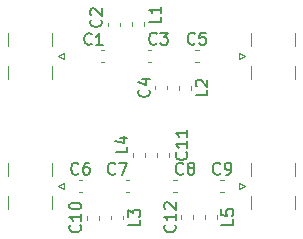
<source format=gbr>
G04 #@! TF.GenerationSoftware,KiCad,Pcbnew,(5.1.7)-1*
G04 #@! TF.CreationDate,2020-11-10T17:20:51+01:00*
G04 #@! TF.ProjectId,137_MHz_BPF_2nd_Order,3133375f-4d48-47a5-9f42-50465f326e64,rev?*
G04 #@! TF.SameCoordinates,Original*
G04 #@! TF.FileFunction,Legend,Top*
G04 #@! TF.FilePolarity,Positive*
%FSLAX46Y46*%
G04 Gerber Fmt 4.6, Leading zero omitted, Abs format (unit mm)*
G04 Created by KiCad (PCBNEW (5.1.7)-1) date 2020-11-10 17:20:51*
%MOMM*%
%LPD*%
G01*
G04 APERTURE LIST*
%ADD10C,0.120000*%
%ADD11C,0.150000*%
G04 APERTURE END LIST*
D10*
X38853733Y-57490000D02*
X39146267Y-57490000D01*
X38853733Y-58510000D02*
X39146267Y-58510000D01*
X40510000Y-55153733D02*
X40510000Y-55446267D01*
X39490000Y-55153733D02*
X39490000Y-55446267D01*
X42853733Y-58510000D02*
X43146267Y-58510000D01*
X42853733Y-57490000D02*
X43146267Y-57490000D01*
X44510000Y-60808767D02*
X44510000Y-60516233D01*
X43490000Y-60808767D02*
X43490000Y-60516233D01*
X46853733Y-57490000D02*
X47146267Y-57490000D01*
X46853733Y-58510000D02*
X47146267Y-58510000D01*
X36991233Y-68490000D02*
X37283767Y-68490000D01*
X36991233Y-69510000D02*
X37283767Y-69510000D01*
X40991233Y-69510000D02*
X41283767Y-69510000D01*
X40991233Y-68490000D02*
X41283767Y-68490000D01*
X44991233Y-68490000D02*
X45283767Y-68490000D01*
X44991233Y-69510000D02*
X45283767Y-69510000D01*
X48991233Y-68490000D02*
X49283767Y-68490000D01*
X48991233Y-69510000D02*
X49283767Y-69510000D01*
X40710000Y-71808767D02*
X40710000Y-71516233D01*
X39690000Y-71808767D02*
X39690000Y-71516233D01*
X43590000Y-66216233D02*
X43590000Y-66508767D01*
X44610000Y-66216233D02*
X44610000Y-66508767D01*
X46710000Y-71783767D02*
X46710000Y-71491233D01*
X45690000Y-71783767D02*
X45690000Y-71491233D01*
X35760000Y-57750000D02*
X35260000Y-58000000D01*
X35760000Y-58250000D02*
X35760000Y-57750000D01*
X35260000Y-58000000D02*
X35760000Y-58250000D01*
X31000000Y-56050000D02*
X31000000Y-57160000D01*
X31000000Y-58840000D02*
X31000000Y-59950000D01*
X34710000Y-56050000D02*
X34710000Y-57160000D01*
X34710000Y-58840000D02*
X34710000Y-59950000D01*
X51590000Y-57160000D02*
X51590000Y-56050000D01*
X51590000Y-59950000D02*
X51590000Y-58840000D01*
X55300000Y-57160000D02*
X55300000Y-56050000D01*
X55300000Y-59950000D02*
X55300000Y-58840000D01*
X51040000Y-58000000D02*
X50540000Y-57750000D01*
X50540000Y-57750000D02*
X50540000Y-58250000D01*
X50540000Y-58250000D02*
X51040000Y-58000000D01*
X34710000Y-69840000D02*
X34710000Y-70950000D01*
X34710000Y-67050000D02*
X34710000Y-68160000D01*
X31000000Y-69840000D02*
X31000000Y-70950000D01*
X31000000Y-67050000D02*
X31000000Y-68160000D01*
X35260000Y-69000000D02*
X35760000Y-69250000D01*
X35760000Y-69250000D02*
X35760000Y-68750000D01*
X35760000Y-68750000D02*
X35260000Y-69000000D01*
X50540000Y-69250000D02*
X51040000Y-69000000D01*
X50540000Y-68750000D02*
X50540000Y-69250000D01*
X51040000Y-69000000D02*
X50540000Y-68750000D01*
X55300000Y-70950000D02*
X55300000Y-69840000D01*
X55300000Y-68160000D02*
X55300000Y-67050000D01*
X51590000Y-70950000D02*
X51590000Y-69840000D01*
X51590000Y-68160000D02*
X51590000Y-67050000D01*
X42510000Y-55471267D02*
X42510000Y-55128733D01*
X41490000Y-55471267D02*
X41490000Y-55128733D01*
X45490000Y-60503733D02*
X45490000Y-60846267D01*
X46510000Y-60503733D02*
X46510000Y-60846267D01*
X38710000Y-71503733D02*
X38710000Y-71846267D01*
X37690000Y-71503733D02*
X37690000Y-71846267D01*
X42610000Y-66546267D02*
X42610000Y-66203733D01*
X41590000Y-66546267D02*
X41590000Y-66203733D01*
X48710000Y-71453733D02*
X48710000Y-71796267D01*
X47690000Y-71453733D02*
X47690000Y-71796267D01*
D11*
X38083333Y-56957142D02*
X38035714Y-57004761D01*
X37892857Y-57052380D01*
X37797619Y-57052380D01*
X37654761Y-57004761D01*
X37559523Y-56909523D01*
X37511904Y-56814285D01*
X37464285Y-56623809D01*
X37464285Y-56480952D01*
X37511904Y-56290476D01*
X37559523Y-56195238D01*
X37654761Y-56100000D01*
X37797619Y-56052380D01*
X37892857Y-56052380D01*
X38035714Y-56100000D01*
X38083333Y-56147619D01*
X39035714Y-57052380D02*
X38464285Y-57052380D01*
X38750000Y-57052380D02*
X38750000Y-56052380D01*
X38654761Y-56195238D01*
X38559523Y-56290476D01*
X38464285Y-56338095D01*
X38857142Y-54916666D02*
X38904761Y-54964285D01*
X38952380Y-55107142D01*
X38952380Y-55202380D01*
X38904761Y-55345238D01*
X38809523Y-55440476D01*
X38714285Y-55488095D01*
X38523809Y-55535714D01*
X38380952Y-55535714D01*
X38190476Y-55488095D01*
X38095238Y-55440476D01*
X38000000Y-55345238D01*
X37952380Y-55202380D01*
X37952380Y-55107142D01*
X38000000Y-54964285D01*
X38047619Y-54916666D01*
X38047619Y-54535714D02*
X38000000Y-54488095D01*
X37952380Y-54392857D01*
X37952380Y-54154761D01*
X38000000Y-54059523D01*
X38047619Y-54011904D01*
X38142857Y-53964285D01*
X38238095Y-53964285D01*
X38380952Y-54011904D01*
X38952380Y-54583333D01*
X38952380Y-53964285D01*
X43583333Y-56927142D02*
X43535714Y-56974761D01*
X43392857Y-57022380D01*
X43297619Y-57022380D01*
X43154761Y-56974761D01*
X43059523Y-56879523D01*
X43011904Y-56784285D01*
X42964285Y-56593809D01*
X42964285Y-56450952D01*
X43011904Y-56260476D01*
X43059523Y-56165238D01*
X43154761Y-56070000D01*
X43297619Y-56022380D01*
X43392857Y-56022380D01*
X43535714Y-56070000D01*
X43583333Y-56117619D01*
X43916666Y-56022380D02*
X44535714Y-56022380D01*
X44202380Y-56403333D01*
X44345238Y-56403333D01*
X44440476Y-56450952D01*
X44488095Y-56498571D01*
X44535714Y-56593809D01*
X44535714Y-56831904D01*
X44488095Y-56927142D01*
X44440476Y-56974761D01*
X44345238Y-57022380D01*
X44059523Y-57022380D01*
X43964285Y-56974761D01*
X43916666Y-56927142D01*
X42927142Y-60829166D02*
X42974761Y-60876785D01*
X43022380Y-61019642D01*
X43022380Y-61114880D01*
X42974761Y-61257738D01*
X42879523Y-61352976D01*
X42784285Y-61400595D01*
X42593809Y-61448214D01*
X42450952Y-61448214D01*
X42260476Y-61400595D01*
X42165238Y-61352976D01*
X42070000Y-61257738D01*
X42022380Y-61114880D01*
X42022380Y-61019642D01*
X42070000Y-60876785D01*
X42117619Y-60829166D01*
X42355714Y-59972023D02*
X43022380Y-59972023D01*
X41974761Y-60210119D02*
X42689047Y-60448214D01*
X42689047Y-59829166D01*
X46833333Y-56927142D02*
X46785714Y-56974761D01*
X46642857Y-57022380D01*
X46547619Y-57022380D01*
X46404761Y-56974761D01*
X46309523Y-56879523D01*
X46261904Y-56784285D01*
X46214285Y-56593809D01*
X46214285Y-56450952D01*
X46261904Y-56260476D01*
X46309523Y-56165238D01*
X46404761Y-56070000D01*
X46547619Y-56022380D01*
X46642857Y-56022380D01*
X46785714Y-56070000D01*
X46833333Y-56117619D01*
X47738095Y-56022380D02*
X47261904Y-56022380D01*
X47214285Y-56498571D01*
X47261904Y-56450952D01*
X47357142Y-56403333D01*
X47595238Y-56403333D01*
X47690476Y-56450952D01*
X47738095Y-56498571D01*
X47785714Y-56593809D01*
X47785714Y-56831904D01*
X47738095Y-56927142D01*
X47690476Y-56974761D01*
X47595238Y-57022380D01*
X47357142Y-57022380D01*
X47261904Y-56974761D01*
X47214285Y-56927142D01*
X36970833Y-67927142D02*
X36923214Y-67974761D01*
X36780357Y-68022380D01*
X36685119Y-68022380D01*
X36542261Y-67974761D01*
X36447023Y-67879523D01*
X36399404Y-67784285D01*
X36351785Y-67593809D01*
X36351785Y-67450952D01*
X36399404Y-67260476D01*
X36447023Y-67165238D01*
X36542261Y-67070000D01*
X36685119Y-67022380D01*
X36780357Y-67022380D01*
X36923214Y-67070000D01*
X36970833Y-67117619D01*
X37827976Y-67022380D02*
X37637500Y-67022380D01*
X37542261Y-67070000D01*
X37494642Y-67117619D01*
X37399404Y-67260476D01*
X37351785Y-67450952D01*
X37351785Y-67831904D01*
X37399404Y-67927142D01*
X37447023Y-67974761D01*
X37542261Y-68022380D01*
X37732738Y-68022380D01*
X37827976Y-67974761D01*
X37875595Y-67927142D01*
X37923214Y-67831904D01*
X37923214Y-67593809D01*
X37875595Y-67498571D01*
X37827976Y-67450952D01*
X37732738Y-67403333D01*
X37542261Y-67403333D01*
X37447023Y-67450952D01*
X37399404Y-67498571D01*
X37351785Y-67593809D01*
X40083333Y-67927142D02*
X40035714Y-67974761D01*
X39892857Y-68022380D01*
X39797619Y-68022380D01*
X39654761Y-67974761D01*
X39559523Y-67879523D01*
X39511904Y-67784285D01*
X39464285Y-67593809D01*
X39464285Y-67450952D01*
X39511904Y-67260476D01*
X39559523Y-67165238D01*
X39654761Y-67070000D01*
X39797619Y-67022380D01*
X39892857Y-67022380D01*
X40035714Y-67070000D01*
X40083333Y-67117619D01*
X40416666Y-67022380D02*
X41083333Y-67022380D01*
X40654761Y-68022380D01*
X45833333Y-67927142D02*
X45785714Y-67974761D01*
X45642857Y-68022380D01*
X45547619Y-68022380D01*
X45404761Y-67974761D01*
X45309523Y-67879523D01*
X45261904Y-67784285D01*
X45214285Y-67593809D01*
X45214285Y-67450952D01*
X45261904Y-67260476D01*
X45309523Y-67165238D01*
X45404761Y-67070000D01*
X45547619Y-67022380D01*
X45642857Y-67022380D01*
X45785714Y-67070000D01*
X45833333Y-67117619D01*
X46404761Y-67450952D02*
X46309523Y-67403333D01*
X46261904Y-67355714D01*
X46214285Y-67260476D01*
X46214285Y-67212857D01*
X46261904Y-67117619D01*
X46309523Y-67070000D01*
X46404761Y-67022380D01*
X46595238Y-67022380D01*
X46690476Y-67070000D01*
X46738095Y-67117619D01*
X46785714Y-67212857D01*
X46785714Y-67260476D01*
X46738095Y-67355714D01*
X46690476Y-67403333D01*
X46595238Y-67450952D01*
X46404761Y-67450952D01*
X46309523Y-67498571D01*
X46261904Y-67546190D01*
X46214285Y-67641428D01*
X46214285Y-67831904D01*
X46261904Y-67927142D01*
X46309523Y-67974761D01*
X46404761Y-68022380D01*
X46595238Y-68022380D01*
X46690476Y-67974761D01*
X46738095Y-67927142D01*
X46785714Y-67831904D01*
X46785714Y-67641428D01*
X46738095Y-67546190D01*
X46690476Y-67498571D01*
X46595238Y-67450952D01*
X48970833Y-67927142D02*
X48923214Y-67974761D01*
X48780357Y-68022380D01*
X48685119Y-68022380D01*
X48542261Y-67974761D01*
X48447023Y-67879523D01*
X48399404Y-67784285D01*
X48351785Y-67593809D01*
X48351785Y-67450952D01*
X48399404Y-67260476D01*
X48447023Y-67165238D01*
X48542261Y-67070000D01*
X48685119Y-67022380D01*
X48780357Y-67022380D01*
X48923214Y-67070000D01*
X48970833Y-67117619D01*
X49447023Y-68022380D02*
X49637500Y-68022380D01*
X49732738Y-67974761D01*
X49780357Y-67927142D01*
X49875595Y-67784285D01*
X49923214Y-67593809D01*
X49923214Y-67212857D01*
X49875595Y-67117619D01*
X49827976Y-67070000D01*
X49732738Y-67022380D01*
X49542261Y-67022380D01*
X49447023Y-67070000D01*
X49399404Y-67117619D01*
X49351785Y-67212857D01*
X49351785Y-67450952D01*
X49399404Y-67546190D01*
X49447023Y-67593809D01*
X49542261Y-67641428D01*
X49732738Y-67641428D01*
X49827976Y-67593809D01*
X49875595Y-67546190D01*
X49923214Y-67450952D01*
X37107142Y-72305357D02*
X37154761Y-72352976D01*
X37202380Y-72495833D01*
X37202380Y-72591071D01*
X37154761Y-72733928D01*
X37059523Y-72829166D01*
X36964285Y-72876785D01*
X36773809Y-72924404D01*
X36630952Y-72924404D01*
X36440476Y-72876785D01*
X36345238Y-72829166D01*
X36250000Y-72733928D01*
X36202380Y-72591071D01*
X36202380Y-72495833D01*
X36250000Y-72352976D01*
X36297619Y-72305357D01*
X37202380Y-71352976D02*
X37202380Y-71924404D01*
X37202380Y-71638690D02*
X36202380Y-71638690D01*
X36345238Y-71733928D01*
X36440476Y-71829166D01*
X36488095Y-71924404D01*
X36202380Y-70733928D02*
X36202380Y-70638690D01*
X36250000Y-70543452D01*
X36297619Y-70495833D01*
X36392857Y-70448214D01*
X36583333Y-70400595D01*
X36821428Y-70400595D01*
X37011904Y-70448214D01*
X37107142Y-70495833D01*
X37154761Y-70543452D01*
X37202380Y-70638690D01*
X37202380Y-70733928D01*
X37154761Y-70829166D01*
X37107142Y-70876785D01*
X37011904Y-70924404D01*
X36821428Y-70972023D01*
X36583333Y-70972023D01*
X36392857Y-70924404D01*
X36297619Y-70876785D01*
X36250000Y-70829166D01*
X36202380Y-70733928D01*
X46107142Y-66142857D02*
X46154761Y-66190476D01*
X46202380Y-66333333D01*
X46202380Y-66428571D01*
X46154761Y-66571428D01*
X46059523Y-66666666D01*
X45964285Y-66714285D01*
X45773809Y-66761904D01*
X45630952Y-66761904D01*
X45440476Y-66714285D01*
X45345238Y-66666666D01*
X45250000Y-66571428D01*
X45202380Y-66428571D01*
X45202380Y-66333333D01*
X45250000Y-66190476D01*
X45297619Y-66142857D01*
X46202380Y-65190476D02*
X46202380Y-65761904D01*
X46202380Y-65476190D02*
X45202380Y-65476190D01*
X45345238Y-65571428D01*
X45440476Y-65666666D01*
X45488095Y-65761904D01*
X46202380Y-64238095D02*
X46202380Y-64809523D01*
X46202380Y-64523809D02*
X45202380Y-64523809D01*
X45345238Y-64619047D01*
X45440476Y-64714285D01*
X45488095Y-64809523D01*
X45127142Y-72280357D02*
X45174761Y-72327976D01*
X45222380Y-72470833D01*
X45222380Y-72566071D01*
X45174761Y-72708928D01*
X45079523Y-72804166D01*
X44984285Y-72851785D01*
X44793809Y-72899404D01*
X44650952Y-72899404D01*
X44460476Y-72851785D01*
X44365238Y-72804166D01*
X44270000Y-72708928D01*
X44222380Y-72566071D01*
X44222380Y-72470833D01*
X44270000Y-72327976D01*
X44317619Y-72280357D01*
X45222380Y-71327976D02*
X45222380Y-71899404D01*
X45222380Y-71613690D02*
X44222380Y-71613690D01*
X44365238Y-71708928D01*
X44460476Y-71804166D01*
X44508095Y-71899404D01*
X44317619Y-70947023D02*
X44270000Y-70899404D01*
X44222380Y-70804166D01*
X44222380Y-70566071D01*
X44270000Y-70470833D01*
X44317619Y-70423214D01*
X44412857Y-70375595D01*
X44508095Y-70375595D01*
X44650952Y-70423214D01*
X45222380Y-70994642D01*
X45222380Y-70375595D01*
X43952380Y-54666666D02*
X43952380Y-55142857D01*
X42952380Y-55142857D01*
X43952380Y-53809523D02*
X43952380Y-54380952D01*
X43952380Y-54095238D02*
X42952380Y-54095238D01*
X43095238Y-54190476D01*
X43190476Y-54285714D01*
X43238095Y-54380952D01*
X47882380Y-60841666D02*
X47882380Y-61317857D01*
X46882380Y-61317857D01*
X46977619Y-60555952D02*
X46930000Y-60508333D01*
X46882380Y-60413095D01*
X46882380Y-60175000D01*
X46930000Y-60079761D01*
X46977619Y-60032142D01*
X47072857Y-59984523D01*
X47168095Y-59984523D01*
X47310952Y-60032142D01*
X47882380Y-60603571D01*
X47882380Y-59984523D01*
X42202380Y-71841666D02*
X42202380Y-72317857D01*
X41202380Y-72317857D01*
X41202380Y-71603571D02*
X41202380Y-70984523D01*
X41583333Y-71317857D01*
X41583333Y-71175000D01*
X41630952Y-71079761D01*
X41678571Y-71032142D01*
X41773809Y-70984523D01*
X42011904Y-70984523D01*
X42107142Y-71032142D01*
X42154761Y-71079761D01*
X42202380Y-71175000D01*
X42202380Y-71460714D01*
X42154761Y-71555952D01*
X42107142Y-71603571D01*
X41122380Y-65666666D02*
X41122380Y-66142857D01*
X40122380Y-66142857D01*
X40455714Y-64904761D02*
X41122380Y-64904761D01*
X40074761Y-65142857D02*
X40789047Y-65380952D01*
X40789047Y-64761904D01*
X50082380Y-71791666D02*
X50082380Y-72267857D01*
X49082380Y-72267857D01*
X49082380Y-70982142D02*
X49082380Y-71458333D01*
X49558571Y-71505952D01*
X49510952Y-71458333D01*
X49463333Y-71363095D01*
X49463333Y-71125000D01*
X49510952Y-71029761D01*
X49558571Y-70982142D01*
X49653809Y-70934523D01*
X49891904Y-70934523D01*
X49987142Y-70982142D01*
X50034761Y-71029761D01*
X50082380Y-71125000D01*
X50082380Y-71363095D01*
X50034761Y-71458333D01*
X49987142Y-71505952D01*
M02*

</source>
